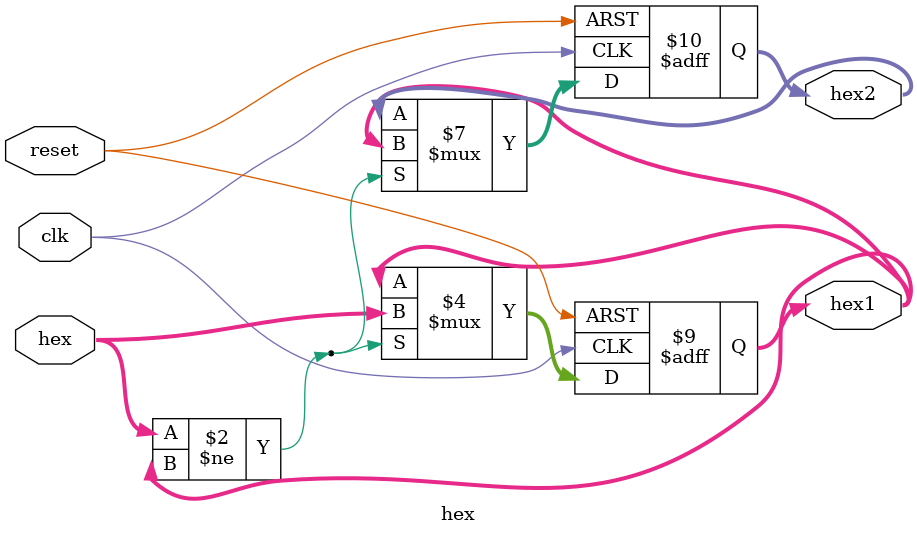
<source format=sv>
module hex(
    input logic clk, reset,
    input logic [3:0] hex,
    output logic [3:0] hex1, hex2
);
    always_ff @(posedge clk, posedge reset) begin
        if (reset) begin
            hex2 <= 4'b0000;
            hex1 <= 4'b0000;
            end
        else if (hex != hex1) begin
            hex2 <= hex1;
            hex1 <= hex;
            end
        else begin
            hex2 <= hex2;
            hex1 <= hex1;
            end
        end
endmodule
</source>
